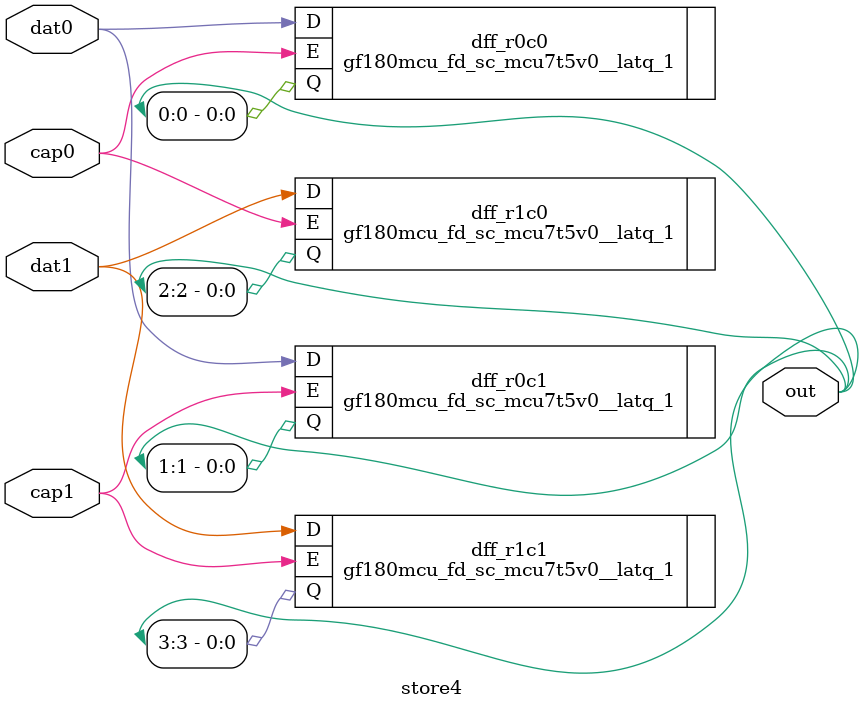
<source format=v>
module store4 (
    input  wire dat0,     // Data input for row 0
    input  wire dat1,     // Data input for row 1
    input  wire cap0,     // Capture data for column 0
    input  wire cap1,     // Capture data for column 1
    output wire [0:3] out  // Stored data output
);

    gf180mcu_fd_sc_mcu7t5v0__latq_1 dff_r0c0 (
        .D(dat0),
        .E(cap0),
        .Q(out[0])
    );

    gf180mcu_fd_sc_mcu7t5v0__latq_1 dff_r0c1 (
        .D(dat0),
        .E(cap1),
        .Q(out[1])
    );

    gf180mcu_fd_sc_mcu7t5v0__latq_1 dff_r1c0 (
        .D(dat1),
        .E(cap0),
        .Q(out[2])
    );

    gf180mcu_fd_sc_mcu7t5v0__latq_1 dff_r1c1 (
        .D(dat1),
        .E(cap1),
        .Q(out[3])
    );

endmodule

</source>
